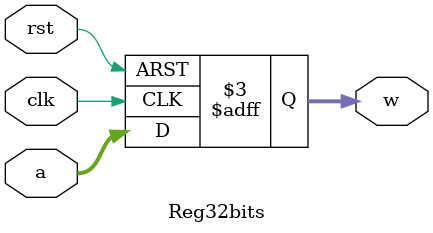
<source format=v>
module Reg32bits(clk, rst, a, w);
	input [31:0] a;
	input clk, rst;
	output reg [31:0] w;
	always @(posedge clk, posedge rst)
	begin
		if(rst == 1) w = 32'b0;
		else w <= a;
	end
endmodule
</source>
